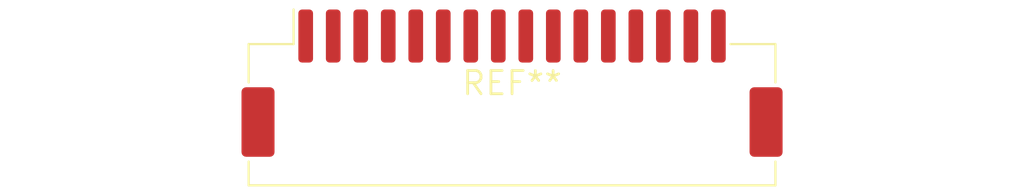
<source format=kicad_pcb>
(kicad_pcb (version 20240108) (generator pcbnew)
  (layers (0 "F.Cu" signal) (31 "B.Cu" signal) (34 "B.Paste" user) (35 "F.Paste" user) (36 "B.SilkS" user "B.Silkscreen") (37 "F.SilkS" user "F.Silkscreen") (38 "B.Mask" user) (39 "F.Mask" user) (44 "Edge.Cuts" user))
  (net 0 "")
  (footprint "JST_ZE_SM16B-ZESS-TB_1x16-1MP_P1.50mm_Horizontal" (layer "F.Cu") (at 0 0)
    (property "Reference" "REF**")
    (property "Value" "JST_ZE_SM16B-ZESS-TB_1x16-1MP_P1.50mm_Horizontal")
    (fp_line (start -14.36 -2.135) (end -11.91 -2.135) (layer "F.SilkS") (stroke (width 0.12)))
    (fp_line (start -14.36 -0.035) (end -14.36 -2.135) (layer "F.SilkS") (stroke (width 0.12)))
    (fp_line (start -14.36 4.285) (end -14.36 5.585) (layer "F.SilkS") (stroke (width 0.12)))
    (fp_line (start -14.36 5.585) (end 14.36 5.585) (layer "F.SilkS") (stroke (width 0.12)))
    (fp_line (start -11.91 -2.135) (end -11.91 -4.025) (layer "F.SilkS") (stroke (width 0.12)))
    (fp_line (start 14.36 -2.135) (end 11.91 -2.135) (layer "F.SilkS") (stroke (width 0.12)))
    (fp_line (start 14.36 -0.035) (end 14.36 -2.135) (layer "F.SilkS") (stroke (width 0.12)))
    (fp_line (start 14.36 5.585) (end 14.36 4.285) (layer "F.SilkS") (stroke (width 0.12)))
    (pad "1" smd roundrect (at -11.25 -2.575) (size 0.8 2.9) (layers "F.Cu" "F.Paste" "F.Mask"))
    (pad "2" smd roundrect (at -9.75 -2.575) (size 0.8 2.9) (layers "F.Cu" "F.Paste" "F.Mask"))
    (pad "3" smd roundrect (at -8.25 -2.575) (size 0.8 2.9) (layers "F.Cu" "F.Paste" "F.Mask"))
    (pad "4" smd roundrect (at -6.75 -2.575) (size 0.8 2.9) (layers "F.Cu" "F.Paste" "F.Mask"))
    (pad "5" smd roundrect (at -5.25 -2.575) (size 0.8 2.9) (layers "F.Cu" "F.Paste" "F.Mask"))
    (pad "6" smd roundrect (at -3.75 -2.575) (size 0.8 2.9) (layers "F.Cu" "F.Paste" "F.Mask"))
    (pad "7" smd roundrect (at -2.25 -2.575) (size 0.8 2.9) (layers "F.Cu" "F.Paste" "F.Mask"))
    (pad "8" smd roundrect (at -0.75 -2.575) (size 0.8 2.9) (layers "F.Cu" "F.Paste" "F.Mask"))
    (pad "9" smd roundrect (at 0.75 -2.575) (size 0.8 2.9) (layers "F.Cu" "F.Paste" "F.Mask"))
    (pad "10" smd roundrect (at 2.25 -2.575) (size 0.8 2.9) (layers "F.Cu" "F.Paste" "F.Mask"))
    (pad "11" smd roundrect (at 3.75 -2.575) (size 0.8 2.9) (layers "F.Cu" "F.Paste" "F.Mask"))
    (pad "12" smd roundrect (at 5.25 -2.575) (size 0.8 2.9) (layers "F.Cu" "F.Paste" "F.Mask"))
    (pad "13" smd roundrect (at 6.75 -2.575) (size 0.8 2.9) (layers "F.Cu" "F.Paste" "F.Mask"))
    (pad "14" smd roundrect (at 8.25 -2.575) (size 0.8 2.9) (layers "F.Cu" "F.Paste" "F.Mask"))
    (pad "15" smd roundrect (at 9.75 -2.575) (size 0.8 2.9) (layers "F.Cu" "F.Paste" "F.Mask"))
    (pad "16" smd roundrect (at 11.25 -2.575) (size 0.8 2.9) (layers "F.Cu" "F.Paste" "F.Mask"))
    (pad "MP" smd roundrect (at -13.85 2.125) (size 1.8 3.8) (layers "F.Cu" "F.Paste" "F.Mask") (roundrect_rratio 0.138889))
    (pad "MP" smd roundrect (at 13.85 2.125) (size 1.8 3.8) (layers "F.Cu" "F.Paste" "F.Mask") (roundrect_rratio 0.138889))
  )
)
</source>
